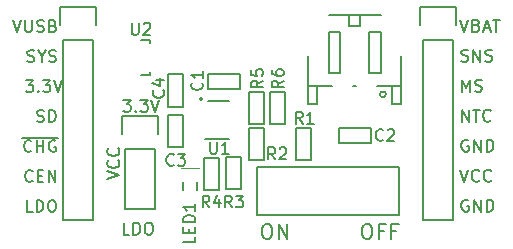
<source format=gto>
%TF.GenerationSoftware,KiCad,Pcbnew,4.0.5-e0-6337~49~ubuntu16.04.1*%
%TF.CreationDate,2017-08-14T13:55:07-07:00*%
%TF.ProjectId,stns01-battery-mgmt-breakout,73746E7330312D626174746572792D6D,1.0*%
%TF.FileFunction,Legend,Top*%
%FSLAX46Y46*%
G04 Gerber Fmt 4.6, Leading zero omitted, Abs format (unit mm)*
G04 Created by KiCad (PCBNEW 4.0.5-e0-6337~49~ubuntu16.04.1) date Mon Aug 14 13:55:07 2017*
%MOMM*%
%LPD*%
G01*
G04 APERTURE LIST*
%ADD10C,0.350000*%
%ADD11C,0.152400*%
%ADD12C,0.203200*%
%ADD13C,0.150000*%
%ADD14C,0.050000*%
%ADD15R,2.184400X1.879600*%
%ADD16O,2.184400X1.879600*%
%ADD17R,0.552400X1.502400*%
%ADD18R,1.752400X1.552400*%
%ADD19C,1.352400*%
%ADD20R,2.052400X2.052400*%
%ADD21R,0.952400X0.902400*%
%ADD22R,0.902400X0.952400*%
%ADD23R,1.152400X3.652400*%
%ADD24R,1.752400X3.552400*%
%ADD25C,1.676400*%
%ADD26R,0.852400X0.402400*%
%ADD27R,0.322000X0.682000*%
%ADD28R,0.952500X0.952500*%
G04 APERTURE END LIST*
D10*
D11*
X31371419Y-35162066D02*
X32387419Y-34823399D01*
X31371419Y-34484733D01*
X32290657Y-33565495D02*
X32339038Y-33613876D01*
X32387419Y-33759019D01*
X32387419Y-33855781D01*
X32339038Y-34000923D01*
X32242276Y-34097685D01*
X32145514Y-34146066D01*
X31951990Y-34194447D01*
X31806848Y-34194447D01*
X31613324Y-34146066D01*
X31516562Y-34097685D01*
X31419800Y-34000923D01*
X31371419Y-33855781D01*
X31371419Y-33759019D01*
X31419800Y-33613876D01*
X31468181Y-33565495D01*
X32290657Y-32549495D02*
X32339038Y-32597876D01*
X32387419Y-32743019D01*
X32387419Y-32839781D01*
X32339038Y-32984923D01*
X32242276Y-33081685D01*
X32145514Y-33130066D01*
X31951990Y-33178447D01*
X31806848Y-33178447D01*
X31613324Y-33130066D01*
X31516562Y-33081685D01*
X31419800Y-32984923D01*
X31371419Y-32839781D01*
X31371419Y-32743019D01*
X31419800Y-32597876D01*
X31468181Y-32549495D01*
X25029886Y-37924619D02*
X24546077Y-37924619D01*
X24546077Y-36908619D01*
X25368553Y-37924619D02*
X25368553Y-36908619D01*
X25610458Y-36908619D01*
X25755600Y-36957000D01*
X25852362Y-37053762D01*
X25900743Y-37150524D01*
X25949124Y-37344048D01*
X25949124Y-37489190D01*
X25900743Y-37682714D01*
X25852362Y-37779476D01*
X25755600Y-37876238D01*
X25610458Y-37924619D01*
X25368553Y-37924619D01*
X26578077Y-36908619D02*
X26771600Y-36908619D01*
X26868362Y-36957000D01*
X26965124Y-37053762D01*
X27013505Y-37247286D01*
X27013505Y-37585952D01*
X26965124Y-37779476D01*
X26868362Y-37876238D01*
X26771600Y-37924619D01*
X26578077Y-37924619D01*
X26481315Y-37876238D01*
X26384553Y-37779476D01*
X26336172Y-37585952D01*
X26336172Y-37247286D01*
X26384553Y-37053762D01*
X26481315Y-36957000D01*
X26578077Y-36908619D01*
X25029886Y-35287857D02*
X24981505Y-35336238D01*
X24836362Y-35384619D01*
X24739600Y-35384619D01*
X24594458Y-35336238D01*
X24497696Y-35239476D01*
X24449315Y-35142714D01*
X24400934Y-34949190D01*
X24400934Y-34804048D01*
X24449315Y-34610524D01*
X24497696Y-34513762D01*
X24594458Y-34417000D01*
X24739600Y-34368619D01*
X24836362Y-34368619D01*
X24981505Y-34417000D01*
X25029886Y-34465381D01*
X25465315Y-34852429D02*
X25803981Y-34852429D01*
X25949124Y-35384619D02*
X25465315Y-35384619D01*
X25465315Y-34368619D01*
X25949124Y-34368619D01*
X26384553Y-35384619D02*
X26384553Y-34368619D01*
X26965124Y-35384619D01*
X26965124Y-34368619D01*
X24933124Y-32747857D02*
X24884743Y-32796238D01*
X24739600Y-32844619D01*
X24642838Y-32844619D01*
X24497696Y-32796238D01*
X24400934Y-32699476D01*
X24352553Y-32602714D01*
X24304172Y-32409190D01*
X24304172Y-32264048D01*
X24352553Y-32070524D01*
X24400934Y-31973762D01*
X24497696Y-31877000D01*
X24642838Y-31828619D01*
X24739600Y-31828619D01*
X24884743Y-31877000D01*
X24933124Y-31925381D01*
X25368553Y-32844619D02*
X25368553Y-31828619D01*
X25368553Y-32312429D02*
X25949124Y-32312429D01*
X25949124Y-32844619D02*
X25949124Y-31828619D01*
X26965124Y-31877000D02*
X26868362Y-31828619D01*
X26723219Y-31828619D01*
X26578077Y-31877000D01*
X26481315Y-31973762D01*
X26432934Y-32070524D01*
X26384553Y-32264048D01*
X26384553Y-32409190D01*
X26432934Y-32602714D01*
X26481315Y-32699476D01*
X26578077Y-32796238D01*
X26723219Y-32844619D01*
X26819981Y-32844619D01*
X26965124Y-32796238D01*
X27013505Y-32747857D01*
X27013505Y-32409190D01*
X26819981Y-32409190D01*
X24110648Y-31653480D02*
X27207029Y-31653480D01*
X25416934Y-30256238D02*
X25562077Y-30304619D01*
X25803981Y-30304619D01*
X25900743Y-30256238D01*
X25949124Y-30207857D01*
X25997505Y-30111095D01*
X25997505Y-30014333D01*
X25949124Y-29917571D01*
X25900743Y-29869190D01*
X25803981Y-29820810D01*
X25610458Y-29772429D01*
X25513696Y-29724048D01*
X25465315Y-29675667D01*
X25416934Y-29578905D01*
X25416934Y-29482143D01*
X25465315Y-29385381D01*
X25513696Y-29337000D01*
X25610458Y-29288619D01*
X25852362Y-29288619D01*
X25997505Y-29337000D01*
X26432934Y-30304619D02*
X26432934Y-29288619D01*
X26674839Y-29288619D01*
X26819981Y-29337000D01*
X26916743Y-29433762D01*
X26965124Y-29530524D01*
X27013505Y-29724048D01*
X27013505Y-29869190D01*
X26965124Y-30062714D01*
X26916743Y-30159476D01*
X26819981Y-30256238D01*
X26674839Y-30304619D01*
X26432934Y-30304619D01*
X23384934Y-21668619D02*
X23723601Y-22684619D01*
X24062267Y-21668619D01*
X24400934Y-21668619D02*
X24400934Y-22491095D01*
X24449315Y-22587857D01*
X24497696Y-22636238D01*
X24594458Y-22684619D01*
X24787981Y-22684619D01*
X24884743Y-22636238D01*
X24933124Y-22587857D01*
X24981505Y-22491095D01*
X24981505Y-21668619D01*
X25416934Y-22636238D02*
X25562077Y-22684619D01*
X25803981Y-22684619D01*
X25900743Y-22636238D01*
X25949124Y-22587857D01*
X25997505Y-22491095D01*
X25997505Y-22394333D01*
X25949124Y-22297571D01*
X25900743Y-22249190D01*
X25803981Y-22200810D01*
X25610458Y-22152429D01*
X25513696Y-22104048D01*
X25465315Y-22055667D01*
X25416934Y-21958905D01*
X25416934Y-21862143D01*
X25465315Y-21765381D01*
X25513696Y-21717000D01*
X25610458Y-21668619D01*
X25852362Y-21668619D01*
X25997505Y-21717000D01*
X26771600Y-22152429D02*
X26916743Y-22200810D01*
X26965124Y-22249190D01*
X27013505Y-22345952D01*
X27013505Y-22491095D01*
X26965124Y-22587857D01*
X26916743Y-22636238D01*
X26819981Y-22684619D01*
X26432934Y-22684619D01*
X26432934Y-21668619D01*
X26771600Y-21668619D01*
X26868362Y-21717000D01*
X26916743Y-21765381D01*
X26965124Y-21862143D01*
X26965124Y-21958905D01*
X26916743Y-22055667D01*
X26868362Y-22104048D01*
X26771600Y-22152429D01*
X26432934Y-22152429D01*
X24594458Y-25176238D02*
X24739601Y-25224619D01*
X24981505Y-25224619D01*
X25078267Y-25176238D01*
X25126648Y-25127857D01*
X25175029Y-25031095D01*
X25175029Y-24934333D01*
X25126648Y-24837571D01*
X25078267Y-24789190D01*
X24981505Y-24740810D01*
X24787982Y-24692429D01*
X24691220Y-24644048D01*
X24642839Y-24595667D01*
X24594458Y-24498905D01*
X24594458Y-24402143D01*
X24642839Y-24305381D01*
X24691220Y-24257000D01*
X24787982Y-24208619D01*
X25029886Y-24208619D01*
X25175029Y-24257000D01*
X25803982Y-24740810D02*
X25803982Y-25224619D01*
X25465315Y-24208619D02*
X25803982Y-24740810D01*
X26142648Y-24208619D01*
X26432934Y-25176238D02*
X26578077Y-25224619D01*
X26819981Y-25224619D01*
X26916743Y-25176238D01*
X26965124Y-25127857D01*
X27013505Y-25031095D01*
X27013505Y-24934333D01*
X26965124Y-24837571D01*
X26916743Y-24789190D01*
X26819981Y-24740810D01*
X26626458Y-24692429D01*
X26529696Y-24644048D01*
X26481315Y-24595667D01*
X26432934Y-24498905D01*
X26432934Y-24402143D01*
X26481315Y-24305381D01*
X26529696Y-24257000D01*
X26626458Y-24208619D01*
X26868362Y-24208619D01*
X27013505Y-24257000D01*
X24449315Y-26748619D02*
X25078267Y-26748619D01*
X24739601Y-27135667D01*
X24884743Y-27135667D01*
X24981505Y-27184048D01*
X25029886Y-27232429D01*
X25078267Y-27329190D01*
X25078267Y-27571095D01*
X25029886Y-27667857D01*
X24981505Y-27716238D01*
X24884743Y-27764619D01*
X24594458Y-27764619D01*
X24497696Y-27716238D01*
X24449315Y-27667857D01*
X25513696Y-27667857D02*
X25562077Y-27716238D01*
X25513696Y-27764619D01*
X25465315Y-27716238D01*
X25513696Y-27667857D01*
X25513696Y-27764619D01*
X25900744Y-26748619D02*
X26529696Y-26748619D01*
X26191030Y-27135667D01*
X26336172Y-27135667D01*
X26432934Y-27184048D01*
X26481315Y-27232429D01*
X26529696Y-27329190D01*
X26529696Y-27571095D01*
X26481315Y-27667857D01*
X26432934Y-27716238D01*
X26336172Y-27764619D01*
X26045887Y-27764619D01*
X25949125Y-27716238D01*
X25900744Y-27667857D01*
X26819982Y-26748619D02*
X27158649Y-27764619D01*
X27497315Y-26748619D01*
X61246658Y-34330519D02*
X61585325Y-35346519D01*
X61923991Y-34330519D01*
X62843229Y-35249757D02*
X62794848Y-35298138D01*
X62649705Y-35346519D01*
X62552943Y-35346519D01*
X62407801Y-35298138D01*
X62311039Y-35201376D01*
X62262658Y-35104614D01*
X62214277Y-34911090D01*
X62214277Y-34765948D01*
X62262658Y-34572424D01*
X62311039Y-34475662D01*
X62407801Y-34378900D01*
X62552943Y-34330519D01*
X62649705Y-34330519D01*
X62794848Y-34378900D01*
X62843229Y-34427281D01*
X63859229Y-35249757D02*
X63810848Y-35298138D01*
X63665705Y-35346519D01*
X63568943Y-35346519D01*
X63423801Y-35298138D01*
X63327039Y-35201376D01*
X63278658Y-35104614D01*
X63230277Y-34911090D01*
X63230277Y-34765948D01*
X63278658Y-34572424D01*
X63327039Y-34475662D01*
X63423801Y-34378900D01*
X63568943Y-34330519D01*
X63665705Y-34330519D01*
X63810848Y-34378900D01*
X63859229Y-34427281D01*
X61923991Y-36918900D02*
X61827229Y-36870519D01*
X61682086Y-36870519D01*
X61536944Y-36918900D01*
X61440182Y-37015662D01*
X61391801Y-37112424D01*
X61343420Y-37305948D01*
X61343420Y-37451090D01*
X61391801Y-37644614D01*
X61440182Y-37741376D01*
X61536944Y-37838138D01*
X61682086Y-37886519D01*
X61778848Y-37886519D01*
X61923991Y-37838138D01*
X61972372Y-37789757D01*
X61972372Y-37451090D01*
X61778848Y-37451090D01*
X62407801Y-37886519D02*
X62407801Y-36870519D01*
X62988372Y-37886519D01*
X62988372Y-36870519D01*
X63472182Y-37886519D02*
X63472182Y-36870519D01*
X63714087Y-36870519D01*
X63859229Y-36918900D01*
X63955991Y-37015662D01*
X64004372Y-37112424D01*
X64052753Y-37305948D01*
X64052753Y-37451090D01*
X64004372Y-37644614D01*
X63955991Y-37741376D01*
X63859229Y-37838138D01*
X63714087Y-37886519D01*
X63472182Y-37886519D01*
X61923991Y-31838900D02*
X61827229Y-31790519D01*
X61682086Y-31790519D01*
X61536944Y-31838900D01*
X61440182Y-31935662D01*
X61391801Y-32032424D01*
X61343420Y-32225948D01*
X61343420Y-32371090D01*
X61391801Y-32564614D01*
X61440182Y-32661376D01*
X61536944Y-32758138D01*
X61682086Y-32806519D01*
X61778848Y-32806519D01*
X61923991Y-32758138D01*
X61972372Y-32709757D01*
X61972372Y-32371090D01*
X61778848Y-32371090D01*
X62407801Y-32806519D02*
X62407801Y-31790519D01*
X62988372Y-32806519D01*
X62988372Y-31790519D01*
X63472182Y-32806519D02*
X63472182Y-31790519D01*
X63714087Y-31790519D01*
X63859229Y-31838900D01*
X63955991Y-31935662D01*
X64004372Y-32032424D01*
X64052753Y-32225948D01*
X64052753Y-32371090D01*
X64004372Y-32564614D01*
X63955991Y-32661376D01*
X63859229Y-32758138D01*
X63714087Y-32806519D01*
X63472182Y-32806519D01*
X61391801Y-30266519D02*
X61391801Y-29250519D01*
X61972372Y-30266519D01*
X61972372Y-29250519D01*
X62311039Y-29250519D02*
X62891610Y-29250519D01*
X62601325Y-30266519D02*
X62601325Y-29250519D01*
X63810848Y-30169757D02*
X63762467Y-30218138D01*
X63617324Y-30266519D01*
X63520562Y-30266519D01*
X63375420Y-30218138D01*
X63278658Y-30121376D01*
X63230277Y-30024614D01*
X63181896Y-29831090D01*
X63181896Y-29685948D01*
X63230277Y-29492424D01*
X63278658Y-29395662D01*
X63375420Y-29298900D01*
X63520562Y-29250519D01*
X63617324Y-29250519D01*
X63762467Y-29298900D01*
X63810848Y-29347281D01*
X61391801Y-27726519D02*
X61391801Y-26710519D01*
X61730467Y-27436233D01*
X62069134Y-26710519D01*
X62069134Y-27726519D01*
X62504563Y-27678138D02*
X62649706Y-27726519D01*
X62891610Y-27726519D01*
X62988372Y-27678138D01*
X63036753Y-27629757D01*
X63085134Y-27532995D01*
X63085134Y-27436233D01*
X63036753Y-27339471D01*
X62988372Y-27291090D01*
X62891610Y-27242710D01*
X62698087Y-27194329D01*
X62601325Y-27145948D01*
X62552944Y-27097567D01*
X62504563Y-27000805D01*
X62504563Y-26904043D01*
X62552944Y-26807281D01*
X62601325Y-26758900D01*
X62698087Y-26710519D01*
X62939991Y-26710519D01*
X63085134Y-26758900D01*
X61343420Y-25138138D02*
X61488563Y-25186519D01*
X61730467Y-25186519D01*
X61827229Y-25138138D01*
X61875610Y-25089757D01*
X61923991Y-24992995D01*
X61923991Y-24896233D01*
X61875610Y-24799471D01*
X61827229Y-24751090D01*
X61730467Y-24702710D01*
X61536944Y-24654329D01*
X61440182Y-24605948D01*
X61391801Y-24557567D01*
X61343420Y-24460805D01*
X61343420Y-24364043D01*
X61391801Y-24267281D01*
X61440182Y-24218900D01*
X61536944Y-24170519D01*
X61778848Y-24170519D01*
X61923991Y-24218900D01*
X62359420Y-25186519D02*
X62359420Y-24170519D01*
X62939991Y-25186519D01*
X62939991Y-24170519D01*
X63375420Y-25138138D02*
X63520563Y-25186519D01*
X63762467Y-25186519D01*
X63859229Y-25138138D01*
X63907610Y-25089757D01*
X63955991Y-24992995D01*
X63955991Y-24896233D01*
X63907610Y-24799471D01*
X63859229Y-24751090D01*
X63762467Y-24702710D01*
X63568944Y-24654329D01*
X63472182Y-24605948D01*
X63423801Y-24557567D01*
X63375420Y-24460805D01*
X63375420Y-24364043D01*
X63423801Y-24267281D01*
X63472182Y-24218900D01*
X63568944Y-24170519D01*
X63810848Y-24170519D01*
X63955991Y-24218900D01*
X61246658Y-21630519D02*
X61585325Y-22646519D01*
X61923991Y-21630519D01*
X62601324Y-22114329D02*
X62746467Y-22162710D01*
X62794848Y-22211090D01*
X62843229Y-22307852D01*
X62843229Y-22452995D01*
X62794848Y-22549757D01*
X62746467Y-22598138D01*
X62649705Y-22646519D01*
X62262658Y-22646519D01*
X62262658Y-21630519D01*
X62601324Y-21630519D01*
X62698086Y-21678900D01*
X62746467Y-21727281D01*
X62794848Y-21824043D01*
X62794848Y-21920805D01*
X62746467Y-22017567D01*
X62698086Y-22065948D01*
X62601324Y-22114329D01*
X62262658Y-22114329D01*
X63230277Y-22356233D02*
X63714086Y-22356233D01*
X63133515Y-22646519D02*
X63472182Y-21630519D01*
X63810848Y-22646519D01*
X64004372Y-21630519D02*
X64584943Y-21630519D01*
X64294658Y-22646519D02*
X64294658Y-21630519D01*
X33234086Y-39855019D02*
X32750277Y-39855019D01*
X32750277Y-38839019D01*
X33572753Y-39855019D02*
X33572753Y-38839019D01*
X33814658Y-38839019D01*
X33959800Y-38887400D01*
X34056562Y-38984162D01*
X34104943Y-39080924D01*
X34153324Y-39274448D01*
X34153324Y-39419590D01*
X34104943Y-39613114D01*
X34056562Y-39709876D01*
X33959800Y-39806638D01*
X33814658Y-39855019D01*
X33572753Y-39855019D01*
X34782277Y-38839019D02*
X34975800Y-38839019D01*
X35072562Y-38887400D01*
X35169324Y-38984162D01*
X35217705Y-39177686D01*
X35217705Y-39516352D01*
X35169324Y-39709876D01*
X35072562Y-39806638D01*
X34975800Y-39855019D01*
X34782277Y-39855019D01*
X34685515Y-39806638D01*
X34588753Y-39709876D01*
X34540372Y-39516352D01*
X34540372Y-39177686D01*
X34588753Y-38984162D01*
X34685515Y-38887400D01*
X34782277Y-38839019D01*
X32713991Y-28425019D02*
X33342943Y-28425019D01*
X33004277Y-28812067D01*
X33149419Y-28812067D01*
X33246181Y-28860448D01*
X33294562Y-28908829D01*
X33342943Y-29005590D01*
X33342943Y-29247495D01*
X33294562Y-29344257D01*
X33246181Y-29392638D01*
X33149419Y-29441019D01*
X32859134Y-29441019D01*
X32762372Y-29392638D01*
X32713991Y-29344257D01*
X33778372Y-29344257D02*
X33826753Y-29392638D01*
X33778372Y-29441019D01*
X33729991Y-29392638D01*
X33778372Y-29344257D01*
X33778372Y-29441019D01*
X34165420Y-28425019D02*
X34794372Y-28425019D01*
X34455706Y-28812067D01*
X34600848Y-28812067D01*
X34697610Y-28860448D01*
X34745991Y-28908829D01*
X34794372Y-29005590D01*
X34794372Y-29247495D01*
X34745991Y-29344257D01*
X34697610Y-29392638D01*
X34600848Y-29441019D01*
X34310563Y-29441019D01*
X34213801Y-29392638D01*
X34165420Y-29344257D01*
X35084658Y-28425019D02*
X35423325Y-29441019D01*
X35761991Y-28425019D01*
D12*
X44772944Y-38953924D02*
X45014848Y-38953924D01*
X45135801Y-39014400D01*
X45256753Y-39135352D01*
X45317229Y-39377257D01*
X45317229Y-39800590D01*
X45256753Y-40042495D01*
X45135801Y-40163448D01*
X45014848Y-40223924D01*
X44772944Y-40223924D01*
X44651991Y-40163448D01*
X44531039Y-40042495D01*
X44470563Y-39800590D01*
X44470563Y-39377257D01*
X44531039Y-39135352D01*
X44651991Y-39014400D01*
X44772944Y-38953924D01*
X45861515Y-40223924D02*
X45861515Y-38953924D01*
X46587229Y-40223924D01*
X46587229Y-38953924D01*
X53239610Y-38953924D02*
X53481514Y-38953924D01*
X53602467Y-39014400D01*
X53723419Y-39135352D01*
X53783895Y-39377257D01*
X53783895Y-39800590D01*
X53723419Y-40042495D01*
X53602467Y-40163448D01*
X53481514Y-40223924D01*
X53239610Y-40223924D01*
X53118657Y-40163448D01*
X52997705Y-40042495D01*
X52937229Y-39800590D01*
X52937229Y-39377257D01*
X52997705Y-39135352D01*
X53118657Y-39014400D01*
X53239610Y-38953924D01*
X54751514Y-39558686D02*
X54328181Y-39558686D01*
X54328181Y-40223924D02*
X54328181Y-38953924D01*
X54932943Y-38953924D01*
X55840085Y-39558686D02*
X55416752Y-39558686D01*
X55416752Y-40223924D02*
X55416752Y-38953924D01*
X56021514Y-38953924D01*
D13*
X30149800Y-23393400D02*
X30149800Y-38633400D01*
X30149800Y-38633400D02*
X27609800Y-38633400D01*
X27609800Y-38633400D02*
X27609800Y-23393400D01*
X30429800Y-20573400D02*
X30429800Y-22123400D01*
X30149800Y-23393400D02*
X27609800Y-23393400D01*
X27329800Y-22123400D02*
X27329800Y-20573400D01*
X27329800Y-20573400D02*
X30429800Y-20573400D01*
D11*
X42621200Y-27482800D02*
X42621200Y-26212800D01*
X39890700Y-27482800D02*
X39890700Y-26212800D01*
D13*
X42621200Y-27482800D02*
X39890700Y-27482800D01*
X39890700Y-26212800D02*
X42621200Y-26212800D01*
D11*
X53683600Y-32105600D02*
X53683600Y-30835600D01*
X50953100Y-32105600D02*
X50953100Y-30835600D01*
D13*
X53683600Y-32105600D02*
X50953100Y-32105600D01*
X50953100Y-30835600D02*
X53683600Y-30835600D01*
D11*
X37787580Y-29695140D02*
X36517580Y-29695140D01*
X37787580Y-32425640D02*
X36517580Y-32425640D01*
D13*
X37787580Y-29695140D02*
X37787580Y-32425640D01*
X36517580Y-32425640D02*
X36517580Y-29695140D01*
D11*
X36517580Y-29008640D02*
X37787580Y-29008640D01*
X36517580Y-26278140D02*
X37787580Y-26278140D01*
D13*
X36517580Y-29008640D02*
X36517580Y-26278140D01*
X37787580Y-26278140D02*
X37787580Y-29008640D01*
X54945300Y-27969400D02*
G75*
G03X54945300Y-27969400I-250000J0D01*
G01*
X52795300Y-21219400D02*
X52795300Y-22219400D01*
X52795300Y-22219400D02*
X51795300Y-22219400D01*
X51795300Y-22219400D02*
X51795300Y-21219400D01*
X54195300Y-27219400D02*
X55445300Y-27219400D01*
X55445300Y-27219400D02*
X55445300Y-28819400D01*
X55445300Y-28819400D02*
X56245300Y-28819400D01*
X56245300Y-28819400D02*
X56245300Y-24719400D01*
X55445300Y-27219400D02*
X56245300Y-27219400D01*
X50395300Y-27219400D02*
X49145300Y-27219400D01*
X49145300Y-27219400D02*
X49145300Y-28819400D01*
X49145300Y-28819400D02*
X48345300Y-28819400D01*
X48345300Y-28819400D02*
X48345300Y-24719400D01*
X49145300Y-27219400D02*
X48345300Y-27219400D01*
X54495300Y-21219400D02*
X50095300Y-21219400D01*
X54495300Y-26119400D02*
X54495300Y-22719400D01*
X54495300Y-22719400D02*
X53495300Y-22719400D01*
X53495300Y-22719400D02*
X53495300Y-26119400D01*
X53495300Y-26119400D02*
X54495300Y-26119400D01*
X50095300Y-26119400D02*
X50095300Y-22719400D01*
X50095300Y-22719400D02*
X51095300Y-22719400D01*
X51095300Y-22719400D02*
X51095300Y-26119400D01*
X51095300Y-26119400D02*
X50095300Y-26119400D01*
X52395300Y-27219400D02*
X52195300Y-27219400D01*
X60629800Y-23393400D02*
X60629800Y-38633400D01*
X60629800Y-38633400D02*
X58089800Y-38633400D01*
X58089800Y-38633400D02*
X58089800Y-23393400D01*
X60909800Y-20573400D02*
X60909800Y-22123400D01*
X60629800Y-23393400D02*
X58089800Y-23393400D01*
X57809800Y-22123400D02*
X57809800Y-20573400D01*
X57809800Y-20573400D02*
X60909800Y-20573400D01*
D14*
X37566600Y-34213800D02*
X39090600Y-34213800D01*
D13*
X38928600Y-35387800D02*
X38928600Y-36087800D01*
X37728600Y-36087800D02*
X37728600Y-35387800D01*
D11*
X48635920Y-30775340D02*
X47365920Y-30775340D01*
X48635920Y-33505840D02*
X47365920Y-33505840D01*
D13*
X48635920Y-30775340D02*
X48635920Y-33505840D01*
X47365920Y-33505840D02*
X47365920Y-30775340D01*
D11*
X44630340Y-30810900D02*
X43360340Y-30810900D01*
X44630340Y-33541400D02*
X43360340Y-33541400D01*
D13*
X44630340Y-30810900D02*
X44630340Y-33541400D01*
X43360340Y-33541400D02*
X43360340Y-30810900D01*
D11*
X42692320Y-33283460D02*
X41422320Y-33283460D01*
X42692320Y-36013960D02*
X41422320Y-36013960D01*
D13*
X42692320Y-33283460D02*
X42692320Y-36013960D01*
X41422320Y-36013960D02*
X41422320Y-33283460D01*
D11*
X39547800Y-36093400D02*
X40817800Y-36093400D01*
X39547800Y-33362900D02*
X40817800Y-33362900D01*
D13*
X39547800Y-36093400D02*
X39547800Y-33362900D01*
X40817800Y-33362900D02*
X40817800Y-36093400D01*
D11*
X43360340Y-30497080D02*
X44630340Y-30497080D01*
X43360340Y-27766580D02*
X44630340Y-27766580D01*
D13*
X43360340Y-30497080D02*
X43360340Y-27766580D01*
X44630340Y-27766580D02*
X44630340Y-30497080D01*
D11*
X46395640Y-27727340D02*
X45125640Y-27727340D01*
X46395640Y-30457840D02*
X45125640Y-30457840D01*
D13*
X46395640Y-27727340D02*
X46395640Y-30457840D01*
X45125640Y-30457840D02*
X45125640Y-27727340D01*
X32865060Y-32603440D02*
X32865060Y-37683440D01*
X32865060Y-37683440D02*
X35405060Y-37683440D01*
X35405060Y-37683440D02*
X35405060Y-32603440D01*
X35685060Y-29783440D02*
X35685060Y-31333440D01*
X35405060Y-32603440D02*
X32865060Y-32603440D01*
X32585060Y-31333440D02*
X32585060Y-29783440D01*
X32585060Y-29783440D02*
X35685060Y-29783440D01*
D11*
X44065940Y-34145220D02*
X44065940Y-38209220D01*
X56065940Y-34145220D02*
X44065940Y-34145220D01*
X56065940Y-38209220D02*
X44065940Y-38209220D01*
X56065940Y-34145220D02*
X56065940Y-38209220D01*
X39384604Y-28360341D02*
G75*
G03X39384604Y-28360341I-127000J0D01*
G01*
D13*
X39604604Y-31763341D02*
X41704604Y-31763341D01*
X39892604Y-28487341D02*
X41670604Y-28487341D01*
X34935160Y-26140360D02*
X34935160Y-26092100D01*
X34234120Y-23341380D02*
X34935160Y-23341380D01*
X34935160Y-23341380D02*
X34935160Y-23590300D01*
X34935160Y-26140360D02*
X34935160Y-26341020D01*
X34935160Y-26341020D02*
X34234120Y-26341020D01*
X39361383Y-26971286D02*
X39409002Y-27018905D01*
X39456621Y-27161762D01*
X39456621Y-27257000D01*
X39409002Y-27399858D01*
X39313764Y-27495096D01*
X39218526Y-27542715D01*
X39028050Y-27590334D01*
X38885192Y-27590334D01*
X38694716Y-27542715D01*
X38599478Y-27495096D01*
X38504240Y-27399858D01*
X38456621Y-27257000D01*
X38456621Y-27161762D01*
X38504240Y-27018905D01*
X38551859Y-26971286D01*
X39456621Y-26018905D02*
X39456621Y-26590334D01*
X39456621Y-26304620D02*
X38456621Y-26304620D01*
X38599478Y-26399858D01*
X38694716Y-26495096D01*
X38742335Y-26590334D01*
X54715114Y-31802343D02*
X54667495Y-31849962D01*
X54524638Y-31897581D01*
X54429400Y-31897581D01*
X54286542Y-31849962D01*
X54191304Y-31754724D01*
X54143685Y-31659486D01*
X54096066Y-31469010D01*
X54096066Y-31326152D01*
X54143685Y-31135676D01*
X54191304Y-31040438D01*
X54286542Y-30945200D01*
X54429400Y-30897581D01*
X54524638Y-30897581D01*
X54667495Y-30945200D01*
X54715114Y-30992819D01*
X55096066Y-30992819D02*
X55143685Y-30945200D01*
X55238923Y-30897581D01*
X55477019Y-30897581D01*
X55572257Y-30945200D01*
X55619876Y-30992819D01*
X55667495Y-31088057D01*
X55667495Y-31183295D01*
X55619876Y-31326152D01*
X55048447Y-31897581D01*
X55667495Y-31897581D01*
X36985914Y-33910543D02*
X36938295Y-33958162D01*
X36795438Y-34005781D01*
X36700200Y-34005781D01*
X36557342Y-33958162D01*
X36462104Y-33862924D01*
X36414485Y-33767686D01*
X36366866Y-33577210D01*
X36366866Y-33434352D01*
X36414485Y-33243876D01*
X36462104Y-33148638D01*
X36557342Y-33053400D01*
X36700200Y-33005781D01*
X36795438Y-33005781D01*
X36938295Y-33053400D01*
X36985914Y-33101019D01*
X37319247Y-33005781D02*
X37938295Y-33005781D01*
X37604961Y-33386733D01*
X37747819Y-33386733D01*
X37843057Y-33434352D01*
X37890676Y-33481971D01*
X37938295Y-33577210D01*
X37938295Y-33815305D01*
X37890676Y-33910543D01*
X37843057Y-33958162D01*
X37747819Y-34005781D01*
X37462104Y-34005781D01*
X37366866Y-33958162D01*
X37319247Y-33910543D01*
X36094943Y-27624066D02*
X36142562Y-27671685D01*
X36190181Y-27814542D01*
X36190181Y-27909780D01*
X36142562Y-28052638D01*
X36047324Y-28147876D01*
X35952086Y-28195495D01*
X35761610Y-28243114D01*
X35618752Y-28243114D01*
X35428276Y-28195495D01*
X35333038Y-28147876D01*
X35237800Y-28052638D01*
X35190181Y-27909780D01*
X35190181Y-27814542D01*
X35237800Y-27671685D01*
X35285419Y-27624066D01*
X35523514Y-26766923D02*
X36190181Y-26766923D01*
X35142562Y-27005019D02*
X35856848Y-27243114D01*
X35856848Y-26624066D01*
X38793681Y-40006447D02*
X38793681Y-40482638D01*
X37793681Y-40482638D01*
X38269871Y-39673114D02*
X38269871Y-39339780D01*
X38793681Y-39196923D02*
X38793681Y-39673114D01*
X37793681Y-39673114D01*
X37793681Y-39196923D01*
X38793681Y-38768352D02*
X37793681Y-38768352D01*
X37793681Y-38530257D01*
X37841300Y-38387399D01*
X37936538Y-38292161D01*
X38031776Y-38244542D01*
X38222252Y-38196923D01*
X38365110Y-38196923D01*
X38555586Y-38244542D01*
X38650824Y-38292161D01*
X38746062Y-38387399D01*
X38793681Y-38530257D01*
X38793681Y-38768352D01*
X38793681Y-37244542D02*
X38793681Y-37815971D01*
X38793681Y-37530257D02*
X37793681Y-37530257D01*
X37936538Y-37625495D01*
X38031776Y-37720733D01*
X38079395Y-37815971D01*
X47890134Y-30449781D02*
X47556800Y-29973590D01*
X47318705Y-30449781D02*
X47318705Y-29449781D01*
X47699658Y-29449781D01*
X47794896Y-29497400D01*
X47842515Y-29545019D01*
X47890134Y-29640257D01*
X47890134Y-29783114D01*
X47842515Y-29878352D01*
X47794896Y-29925971D01*
X47699658Y-29973590D01*
X47318705Y-29973590D01*
X48842515Y-30449781D02*
X48271086Y-30449781D01*
X48556800Y-30449781D02*
X48556800Y-29449781D01*
X48461562Y-29592638D01*
X48366324Y-29687876D01*
X48271086Y-29735495D01*
X45571114Y-33464761D02*
X45237780Y-32988570D01*
X44999685Y-33464761D02*
X44999685Y-32464761D01*
X45380638Y-32464761D01*
X45475876Y-32512380D01*
X45523495Y-32559999D01*
X45571114Y-32655237D01*
X45571114Y-32798094D01*
X45523495Y-32893332D01*
X45475876Y-32940951D01*
X45380638Y-32988570D01*
X44999685Y-32988570D01*
X45952066Y-32559999D02*
X45999685Y-32512380D01*
X46094923Y-32464761D01*
X46333019Y-32464761D01*
X46428257Y-32512380D01*
X46475876Y-32559999D01*
X46523495Y-32655237D01*
X46523495Y-32750475D01*
X46475876Y-32893332D01*
X45904447Y-33464761D01*
X46523495Y-33464761D01*
X41913514Y-37532441D02*
X41580180Y-37056250D01*
X41342085Y-37532441D02*
X41342085Y-36532441D01*
X41723038Y-36532441D01*
X41818276Y-36580060D01*
X41865895Y-36627679D01*
X41913514Y-36722917D01*
X41913514Y-36865774D01*
X41865895Y-36961012D01*
X41818276Y-37008631D01*
X41723038Y-37056250D01*
X41342085Y-37056250D01*
X42246847Y-36532441D02*
X42865895Y-36532441D01*
X42532561Y-36913393D01*
X42675419Y-36913393D01*
X42770657Y-36961012D01*
X42818276Y-37008631D01*
X42865895Y-37103870D01*
X42865895Y-37341965D01*
X42818276Y-37437203D01*
X42770657Y-37484822D01*
X42675419Y-37532441D01*
X42389704Y-37532441D01*
X42294466Y-37484822D01*
X42246847Y-37437203D01*
X39990734Y-37532441D02*
X39657400Y-37056250D01*
X39419305Y-37532441D02*
X39419305Y-36532441D01*
X39800258Y-36532441D01*
X39895496Y-36580060D01*
X39943115Y-36627679D01*
X39990734Y-36722917D01*
X39990734Y-36865774D01*
X39943115Y-36961012D01*
X39895496Y-37008631D01*
X39800258Y-37056250D01*
X39419305Y-37056250D01*
X40847877Y-36865774D02*
X40847877Y-37532441D01*
X40609781Y-36484822D02*
X40371686Y-37199108D01*
X40990734Y-37199108D01*
X44529001Y-26796026D02*
X44052810Y-27129360D01*
X44529001Y-27367455D02*
X43529001Y-27367455D01*
X43529001Y-26986502D01*
X43576620Y-26891264D01*
X43624239Y-26843645D01*
X43719477Y-26796026D01*
X43862334Y-26796026D01*
X43957572Y-26843645D01*
X44005191Y-26891264D01*
X44052810Y-26986502D01*
X44052810Y-27367455D01*
X43529001Y-25891264D02*
X43529001Y-26367455D01*
X44005191Y-26415074D01*
X43957572Y-26367455D01*
X43909953Y-26272217D01*
X43909953Y-26034121D01*
X43957572Y-25938883D01*
X44005191Y-25891264D01*
X44100430Y-25843645D01*
X44338525Y-25843645D01*
X44433763Y-25891264D01*
X44481382Y-25938883D01*
X44529001Y-26034121D01*
X44529001Y-26272217D01*
X44481382Y-26367455D01*
X44433763Y-26415074D01*
X46286681Y-26798566D02*
X45810490Y-27131900D01*
X46286681Y-27369995D02*
X45286681Y-27369995D01*
X45286681Y-26989042D01*
X45334300Y-26893804D01*
X45381919Y-26846185D01*
X45477157Y-26798566D01*
X45620014Y-26798566D01*
X45715252Y-26846185D01*
X45762871Y-26893804D01*
X45810490Y-26989042D01*
X45810490Y-27369995D01*
X45286681Y-25941423D02*
X45286681Y-26131900D01*
X45334300Y-26227138D01*
X45381919Y-26274757D01*
X45524776Y-26369995D01*
X45715252Y-26417614D01*
X46096205Y-26417614D01*
X46191443Y-26369995D01*
X46239062Y-26322376D01*
X46286681Y-26227138D01*
X46286681Y-26036661D01*
X46239062Y-25941423D01*
X46191443Y-25893804D01*
X46096205Y-25846185D01*
X45858110Y-25846185D01*
X45762871Y-25893804D01*
X45715252Y-25941423D01*
X45667633Y-26036661D01*
X45667633Y-26227138D01*
X45715252Y-26322376D01*
X45762871Y-26369995D01*
X45858110Y-26417614D01*
X40055895Y-31989781D02*
X40055895Y-32799305D01*
X40103514Y-32894543D01*
X40151133Y-32942162D01*
X40246371Y-32989781D01*
X40436848Y-32989781D01*
X40532086Y-32942162D01*
X40579705Y-32894543D01*
X40627324Y-32799305D01*
X40627324Y-31989781D01*
X41627324Y-32989781D02*
X41055895Y-32989781D01*
X41341609Y-32989781D02*
X41341609Y-31989781D01*
X41246371Y-32132638D01*
X41151133Y-32227876D01*
X41055895Y-32275495D01*
X33431575Y-21911061D02*
X33431575Y-22720585D01*
X33479194Y-22815823D01*
X33526813Y-22863442D01*
X33622051Y-22911061D01*
X33812528Y-22911061D01*
X33907766Y-22863442D01*
X33955385Y-22815823D01*
X34003004Y-22720585D01*
X34003004Y-21911061D01*
X34431575Y-22006299D02*
X34479194Y-21958680D01*
X34574432Y-21911061D01*
X34812528Y-21911061D01*
X34907766Y-21958680D01*
X34955385Y-22006299D01*
X35003004Y-22101537D01*
X35003004Y-22196775D01*
X34955385Y-22339632D01*
X34383956Y-22911061D01*
X35003004Y-22911061D01*
%LPC*%
D15*
X28879800Y-22123400D03*
D16*
X28879800Y-24663400D03*
X28879800Y-27203400D03*
X28879800Y-29743400D03*
X28879800Y-32283400D03*
X28879800Y-34823400D03*
X28879800Y-37363400D03*
D17*
X42504300Y-24592900D03*
X41854300Y-24592900D03*
X41205200Y-24592900D03*
X40554300Y-24592900D03*
X39904300Y-24592900D03*
D18*
X44404300Y-24367900D03*
D19*
X44754300Y-21917900D03*
D20*
X42404300Y-21917900D03*
X40004300Y-21917900D03*
D18*
X38004300Y-24367900D03*
D19*
X37654300Y-21917900D03*
D21*
X41974200Y-26847800D03*
X40474200Y-26847800D03*
X53036600Y-31470600D03*
X51536600Y-31470600D03*
D22*
X37152580Y-30342140D03*
X37152580Y-31842140D03*
X37152580Y-28361640D03*
X37152580Y-26861640D03*
D23*
X53295300Y-28219400D03*
X51295300Y-28219400D03*
D24*
X55695300Y-22669400D03*
X48895300Y-22669400D03*
D15*
X59359800Y-22123400D03*
D16*
X59359800Y-24663400D03*
X59359800Y-27203400D03*
X59359800Y-29743400D03*
X59359800Y-32283400D03*
X59359800Y-34823400D03*
X59359800Y-37363400D03*
D22*
X38328600Y-34987800D03*
X38328600Y-36487800D03*
X48000920Y-31422340D03*
X48000920Y-32922340D03*
X43995340Y-31457900D03*
X43995340Y-32957900D03*
X42057320Y-33930460D03*
X42057320Y-35430460D03*
X40182800Y-35446400D03*
X40182800Y-33946400D03*
X43995340Y-29850080D03*
X43995340Y-28350080D03*
X45760640Y-28374340D03*
X45760640Y-29874340D03*
D15*
X34135060Y-31333440D03*
D16*
X34135060Y-33873440D03*
X34135060Y-36413440D03*
D25*
X50065940Y-36177220D03*
X52555140Y-36177220D03*
X47576740Y-36177220D03*
D26*
X39254604Y-29013341D03*
X39254604Y-29463341D03*
X39254604Y-29913341D03*
X39254604Y-30363341D03*
X39254604Y-30813341D03*
X39254604Y-31263341D03*
X42054604Y-31263341D03*
X42054604Y-30813341D03*
X42054604Y-30363341D03*
X42054604Y-29913341D03*
X42054604Y-29463341D03*
X42054604Y-29013341D03*
D27*
X41069604Y-30733341D03*
X41069604Y-29543341D03*
X40239604Y-30733341D03*
X40239604Y-29543341D03*
D28*
X33284160Y-23891200D03*
X33284160Y-25791200D03*
X35283140Y-24841200D03*
M02*

</source>
